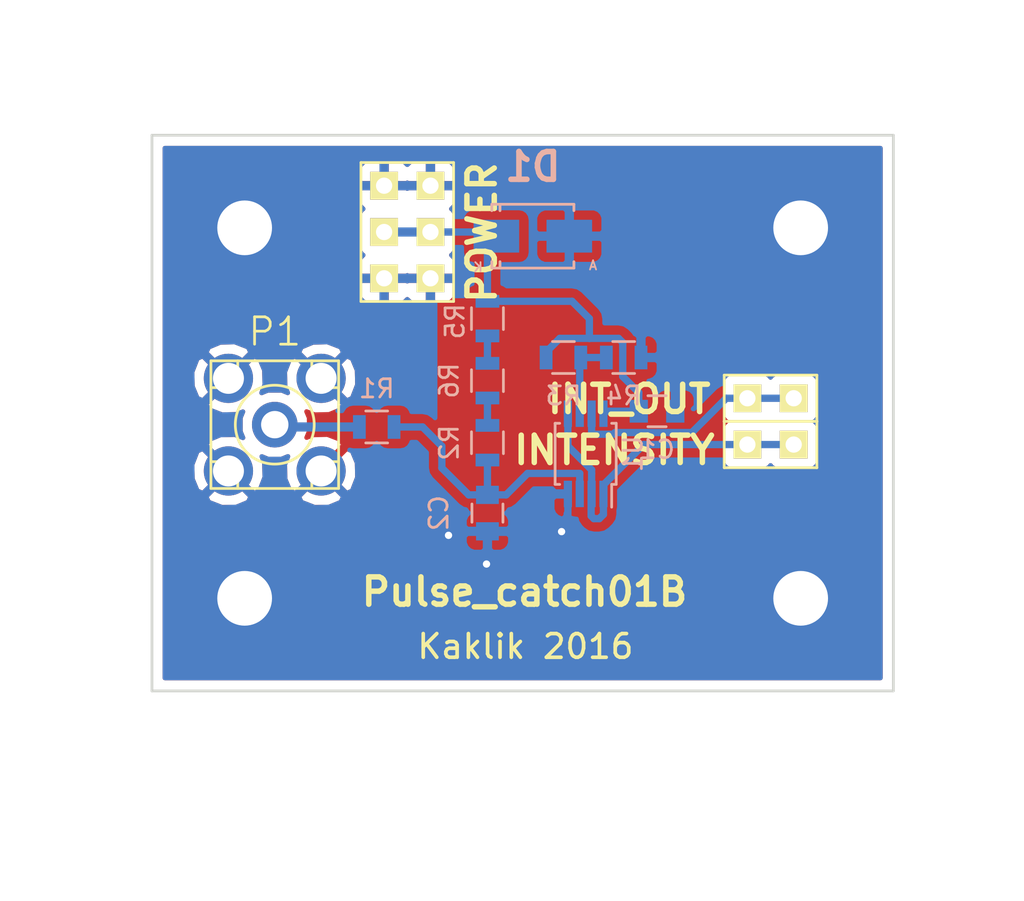
<source format=kicad_pcb>
(kicad_pcb (version 20160815) (host pcbnew 201609211018+7197~55~ubuntu16.04.1-)

  (general
    (links 36)
    (no_connects 0)
    (area 86.284999 65.964999 127.075001 96.595001)
    (thickness 1.6)
    (drawings 9)
    (tracks 71)
    (zones 0)
    (modules 18)
    (nets 10)
  )

  (page A4)
  (layers
    (0 F.Cu signal)
    (31 B.Cu signal)
    (32 B.Adhes user)
    (33 F.Adhes user)
    (34 B.Paste user)
    (35 F.Paste user)
    (36 B.SilkS user)
    (37 F.SilkS user)
    (38 B.Mask user)
    (39 F.Mask user)
    (40 Dwgs.User user)
    (41 Cmts.User user)
    (42 Eco1.User user)
    (43 Eco2.User user)
    (44 Edge.Cuts user)
    (45 Margin user)
    (46 B.CrtYd user)
    (47 F.CrtYd user)
    (48 B.Fab user)
    (49 F.Fab user)
  )

  (setup
    (last_trace_width 0.3)
    (user_trace_width 0.2)
    (user_trace_width 0.3)
    (user_trace_width 0.4)
    (user_trace_width 0.5)
    (user_trace_width 0.6)
    (user_trace_width 0.7)
    (user_trace_width 0.8)
    (trace_clearance 0.2)
    (zone_clearance 0.508)
    (zone_45_only yes)
    (trace_min 0.2)
    (segment_width 0.2)
    (edge_width 0.15)
    (via_size 0.8)
    (via_drill 0.4)
    (via_min_size 0.4)
    (via_min_drill 0.3)
    (uvia_size 0.3)
    (uvia_drill 0.1)
    (uvias_allowed no)
    (uvia_min_size 0.2)
    (uvia_min_drill 0.1)
    (pcb_text_width 0.3)
    (pcb_text_size 1.5 1.5)
    (mod_edge_width 0.15)
    (mod_text_size 1 1)
    (mod_text_width 0.15)
    (pad_size 1.524 1.524)
    (pad_drill 0.762)
    (pad_to_mask_clearance 0.2)
    (aux_axis_origin 0 0)
    (visible_elements FFFFFF7F)
    (pcbplotparams
      (layerselection 0x00030_ffffffff)
      (usegerberextensions false)
      (excludeedgelayer true)
      (linewidth 0.100000)
      (plotframeref false)
      (viasonmask false)
      (mode 1)
      (useauxorigin false)
      (hpglpennumber 1)
      (hpglpenspeed 20)
      (hpglpendiameter 15)
      (psnegative false)
      (psa4output false)
      (plotreference true)
      (plotvalue true)
      (plotinvisibletext false)
      (padsonsilk false)
      (subtractmaskfromsilk false)
      (outputformat 1)
      (mirror false)
      (drillshape 1)
      (scaleselection 1)
      (outputdirectory ""))
  )

  (net 0 "")
  (net 1 VDD)
  (net 2 GNDA)
  (net 3 "Net-(C2-Pad1)")
  (net 4 "Net-(J2-Pad1)")
  (net 5 "Net-(J3-Pad1)")
  (net 6 "Net-(P1-Pad1)")
  (net 7 "Net-(R3-Pad2)")
  (net 8 "Net-(R2-Pad1)")
  (net 9 "Net-(R5-Pad2)")

  (net_class Default "This is the default net class."
    (clearance 0.2)
    (trace_width 0.3)
    (via_dia 0.8)
    (via_drill 0.4)
    (uvia_dia 0.3)
    (uvia_drill 0.1)
    (diff_pair_gap 0.25)
    (diff_pair_width 0.2)
    (add_net GNDA)
    (add_net "Net-(C2-Pad1)")
    (add_net "Net-(J2-Pad1)")
    (add_net "Net-(J3-Pad1)")
    (add_net "Net-(P1-Pad1)")
    (add_net "Net-(R2-Pad1)")
    (add_net "Net-(R3-Pad2)")
    (add_net "Net-(R5-Pad2)")
    (add_net VDD)
  )

  (module Housings_SSOP:MSOP-8_3x3mm_Pitch0.65mm (layer B.Cu) (tedit 57E3A242) (tstamp 577D546F)
    (at 110.1344 83.5152 90)
    (descr "8-Lead Plastic Micro Small Outline Package (MS) [MSOP] (see Microchip Packaging Specification 00000049BS.pdf)")
    (tags "SSOP 0.65")
    (path /57781FDF)
    (attr smd)
    (fp_text reference U1 (at 0 2.6 90) (layer B.SilkS)
      (effects (font (size 1 1) (thickness 0.15)) (justify mirror))
    )
    (fp_text value MCP6002 (at 0 -2.6 90) (layer B.Fab)
      (effects (font (size 1 1) (thickness 0.15)) (justify mirror))
    )
    (fp_line (start -3.2 1.85) (end -3.2 -1.85) (layer B.CrtYd) (width 0.05))
    (fp_line (start 3.2 1.85) (end 3.2 -1.85) (layer B.CrtYd) (width 0.05))
    (fp_line (start -3.2 1.85) (end 3.2 1.85) (layer B.CrtYd) (width 0.05))
    (fp_line (start -3.2 -1.85) (end 3.2 -1.85) (layer B.CrtYd) (width 0.05))
    (fp_line (start -1.675 1.675) (end -1.675 1.425) (layer B.SilkS) (width 0.15))
    (fp_line (start 1.675 1.675) (end 1.675 1.425) (layer B.SilkS) (width 0.15))
    (fp_line (start 1.675 -1.675) (end 1.675 -1.425) (layer B.SilkS) (width 0.15))
    (fp_line (start -1.675 -1.675) (end -1.675 -1.425) (layer B.SilkS) (width 0.15))
    (fp_line (start -1.675 1.675) (end 1.675 1.675) (layer B.SilkS) (width 0.15))
    (fp_line (start -1.675 -1.675) (end 1.675 -1.675) (layer B.SilkS) (width 0.15))
    (fp_line (start -1.675 1.425) (end -2.925 1.425) (layer B.SilkS) (width 0.15))
    (pad 8 smd rect (at 2.2 0.975 90) (size 1.45 0.45) (layers B.Cu B.Paste B.Mask)
      (net 1 VDD))
    (pad 7 smd rect (at 2.2 0.325 90) (size 1.45 0.45) (layers B.Cu B.Paste B.Mask)
      (net 5 "Net-(J3-Pad1)"))
    (pad 6 smd rect (at 2.2 -0.325 90) (size 1.45 0.45) (layers B.Cu B.Paste B.Mask)
      (net 7 "Net-(R3-Pad2)"))
    (pad 5 smd rect (at 2.2 -0.975 90) (size 1.45 0.45) (layers B.Cu B.Paste B.Mask)
      (net 4 "Net-(J2-Pad1)"))
    (pad 4 smd rect (at -2.2 -0.975 90) (size 1.45 0.45) (layers B.Cu B.Paste B.Mask)
      (net 2 GNDA))
    (pad 3 smd rect (at -2.2 -0.325 90) (size 1.45 0.45) (layers B.Cu B.Paste B.Mask)
      (net 3 "Net-(C2-Pad1)"))
    (pad 2 smd rect (at -2.2 0.325 90) (size 1.45 0.45) (layers B.Cu B.Paste B.Mask)
      (net 4 "Net-(J2-Pad1)"))
    (pad 1 smd rect (at -2.2 0.975 90) (size 1.45 0.45) (layers B.Cu B.Paste B.Mask)
      (net 4 "Net-(J2-Pad1)"))
    (model Housings_SSOP.3dshapes/MSOP-8_3x3mm_Pitch0.65mm.wrl
      (at (xyz 0 0 0))
      (scale (xyz 1 1 1))
      (rotate (xyz 0 0 0))
    )
  )

  (module Capacitors_SMD:C_0805 (layer B.Cu) (tedit 57E3A242) (tstamp 577D540C)
    (at 114.046 81.1784)
    (descr "Capacitor SMD 0805, reflow soldering, AVX (see smccp.pdf)")
    (tags "capacitor 0805")
    (path /57783558)
    (attr smd)
    (fp_text reference C1 (at 0 2.1) (layer B.SilkS)
      (effects (font (size 1 1) (thickness 0.15)) (justify mirror))
    )
    (fp_text value 100nF (at 0 -2.1) (layer B.Fab)
      (effects (font (size 1 1) (thickness 0.15)) (justify mirror))
    )
    (fp_line (start -1.8 1) (end 1.8 1) (layer B.CrtYd) (width 0.05))
    (fp_line (start -1.8 -1) (end 1.8 -1) (layer B.CrtYd) (width 0.05))
    (fp_line (start -1.8 1) (end -1.8 -1) (layer B.CrtYd) (width 0.05))
    (fp_line (start 1.8 1) (end 1.8 -1) (layer B.CrtYd) (width 0.05))
    (fp_line (start 0.5 0.85) (end -0.5 0.85) (layer B.SilkS) (width 0.15))
    (fp_line (start -0.5 -0.85) (end 0.5 -0.85) (layer B.SilkS) (width 0.15))
    (pad 2 smd rect (at 1 0) (size 1 1.25) (layers B.Cu B.Paste B.Mask)
      (net 2 GNDA))
    (pad 1 smd rect (at -1 0) (size 1 1.25) (layers B.Cu B.Paste B.Mask)
      (net 1 VDD))
    (model Capacitors_SMD.3dshapes/C_0805.wrl
      (at (xyz 0 0 0))
      (scale (xyz 1 1 1))
      (rotate (xyz 0 0 0))
    )
  )

  (module Capacitors_SMD:C_0805 (layer B.Cu) (tedit 57E3A242) (tstamp 577D5412)
    (at 104.7496 86.7664 270)
    (descr "Capacitor SMD 0805, reflow soldering, AVX (see smccp.pdf)")
    (tags "capacitor 0805")
    (path /57781557)
    (attr smd)
    (fp_text reference C2 (at 0 2.667 270) (layer B.SilkS)
      (effects (font (size 1 1) (thickness 0.15)) (justify mirror))
    )
    (fp_text value 100nF (at 0 -2.1 270) (layer B.Fab)
      (effects (font (size 1 1) (thickness 0.15)) (justify mirror))
    )
    (fp_line (start -1.8 1) (end 1.8 1) (layer B.CrtYd) (width 0.05))
    (fp_line (start -1.8 -1) (end 1.8 -1) (layer B.CrtYd) (width 0.05))
    (fp_line (start -1.8 1) (end -1.8 -1) (layer B.CrtYd) (width 0.05))
    (fp_line (start 1.8 1) (end 1.8 -1) (layer B.CrtYd) (width 0.05))
    (fp_line (start 0.5 0.85) (end -0.5 0.85) (layer B.SilkS) (width 0.15))
    (fp_line (start -0.5 -0.85) (end 0.5 -0.85) (layer B.SilkS) (width 0.15))
    (pad 2 smd rect (at 1 0 270) (size 1 1.25) (layers B.Cu B.Paste B.Mask)
      (net 2 GNDA))
    (pad 1 smd rect (at -1 0 270) (size 1 1.25) (layers B.Cu B.Paste B.Mask)
      (net 3 "Net-(C2-Pad1)"))
    (model Capacitors_SMD.3dshapes/C_0805.wrl
      (at (xyz 0 0 0))
      (scale (xyz 1 1 1))
      (rotate (xyz 0 0 0))
    )
  )

  (module Mlab_D:Diode-SMA_Standard locked (layer B.Cu) (tedit 57E3A242) (tstamp 577D5418)
    (at 107.2388 71.5772 180)
    (descr "Diode SMA")
    (tags "Diode SMA")
    (path /57783090)
    (attr smd)
    (fp_text reference D1 (at 0 3.81 180) (layer B.SilkS)
      (effects (font (thickness 0.3048)) (justify mirror))
    )
    (fp_text value D_Schottky (at 0 -3.81 180) (layer B.SilkS) hide
      (effects (font (thickness 0.3048)) (justify mirror))
    )
    (fp_text user A (at -3.29946 -1.6002 180) (layer B.SilkS)
      (effects (font (size 0.50038 0.50038) (thickness 0.09906)) (justify mirror))
    )
    (fp_text user K (at 2.99974 -1.69926 180) (layer B.SilkS)
      (effects (font (size 0.50038 0.50038) (thickness 0.09906)) (justify mirror))
    )
    (fp_circle (center 0 0) (end 0.20066 0.0508) (layer B.Adhes) (width 0.381))
    (fp_line (start 1.80086 -1.75006) (end 1.80086 -1.39954) (layer B.SilkS) (width 0.15))
    (fp_line (start 1.80086 1.75006) (end 1.80086 1.39954) (layer B.SilkS) (width 0.15))
    (fp_line (start 2.25044 -1.75006) (end 2.25044 -1.39954) (layer B.SilkS) (width 0.15))
    (fp_line (start -2.25044 -1.75006) (end -2.25044 -1.39954) (layer B.SilkS) (width 0.15))
    (fp_line (start -2.25044 1.75006) (end -2.25044 1.39954) (layer B.SilkS) (width 0.15))
    (fp_line (start 2.25044 1.75006) (end 2.25044 1.39954) (layer B.SilkS) (width 0.15))
    (fp_line (start -2.25044 -1.75006) (end 2.25044 -1.75006) (layer B.SilkS) (width 0.15))
    (fp_line (start -2.25044 1.75006) (end 2.25044 1.75006) (layer B.SilkS) (width 0.15))
    (pad 1 smd rect (at 1.99898 0 180) (size 2.49936 1.80086) (layers B.Cu B.Paste B.Mask)
      (net 1 VDD))
    (pad 2 smd rect (at -1.99898 0 180) (size 2.49936 1.80086) (layers B.Cu B.Paste B.Mask)
      (net 2 GNDA))
    (model MLAB_3D/Diodes/SMA.wrl
      (at (xyz 0 0 0))
      (scale (xyz 0.3937 0.3937 0.3937))
      (rotate (xyz 0 0 0))
    )
  )

  (module Mlab_Pin_Headers:Straight_2x03 (layer F.Cu) (tedit 57E3A2DA) (tstamp 577D5422)
    (at 100.3554 71.3486 180)
    (descr "pin header straight 2x03")
    (tags "pin header straight 2x03")
    (path /57782EBA)
    (fp_text reference J1 (at 0 -5.08 180) (layer F.SilkS) hide
      (effects (font (size 1.5 1.5) (thickness 0.15)))
    )
    (fp_text value HEADER_2x03_PARALLEL (at 0 5.08 180) (layer F.SilkS) hide
      (effects (font (size 1.5 1.5) (thickness 0.15)))
    )
    (fp_text user 1 (at -2.921 -2.54 180) (layer F.SilkS) hide
      (effects (font (size 0.5 0.5) (thickness 0.05)))
    )
    (fp_line (start -2.54 -3.81) (end 2.54 -3.81) (layer F.SilkS) (width 0.15))
    (fp_line (start 2.54 -3.81) (end 2.54 3.81) (layer F.SilkS) (width 0.15))
    (fp_line (start 2.54 3.81) (end -2.54 3.81) (layer F.SilkS) (width 0.15))
    (fp_line (start -2.54 3.81) (end -2.54 -3.81) (layer F.SilkS) (width 0.15))
    (pad 6 thru_hole rect (at 1.27 2.54 180) (size 1.524 1.524) (drill 0.889) (layers *.Cu *.Mask F.SilkS)
      (net 2 GNDA))
    (pad 5 thru_hole rect (at -1.27 2.54 180) (size 1.524 1.524) (drill 0.889) (layers *.Cu *.Mask F.SilkS)
      (net 2 GNDA))
    (pad 4 thru_hole rect (at 1.27 0 180) (size 1.524 1.524) (drill 0.889) (layers *.Cu *.Mask F.SilkS)
      (net 1 VDD))
    (pad 3 thru_hole rect (at -1.27 0 180) (size 1.524 1.524) (drill 0.889) (layers *.Cu *.Mask F.SilkS)
      (net 1 VDD))
    (pad 2 thru_hole rect (at 1.27 -2.54 180) (size 1.524 1.524) (drill 0.889) (layers *.Cu *.Mask F.SilkS)
      (net 2 GNDA))
    (pad 1 thru_hole rect (at -1.27 -2.54 180) (size 1.524 1.524) (drill 0.889) (layers *.Cu *.Mask F.SilkS)
      (net 2 GNDA))
    (model Pin_Headers/Pin_Header_Straight_2x03.wrl
      (at (xyz 0 0 0))
      (scale (xyz 1 1 1))
      (rotate (xyz 0 0 90))
    )
  )

  (module Mlab_Pin_Headers:Straight_1x02 (layer F.Cu) (tedit 57E3A242) (tstamp 577D5428)
    (at 120.269 83.0072 90)
    (descr "pin header straight 1x02")
    (tags "pin header straight 1x02")
    (path /57783BEA)
    (fp_text reference J2 (at 0 -3.81 90) (layer F.SilkS) hide
      (effects (font (size 1.5 1.5) (thickness 0.15)))
    )
    (fp_text value INTENSITY (at 0 3.81 90) (layer F.SilkS) hide
      (effects (font (size 1.5 1.5) (thickness 0.15)))
    )
    (fp_text user 1 (at -1.651 -1.27 90) (layer F.SilkS) hide
      (effects (font (size 0.5 0.5) (thickness 0.05)))
    )
    (fp_line (start -1.27 -2.54) (end 1.27 -2.54) (layer F.SilkS) (width 0.15))
    (fp_line (start 1.27 -2.54) (end 1.27 2.54) (layer F.SilkS) (width 0.15))
    (fp_line (start 1.27 2.54) (end -1.27 2.54) (layer F.SilkS) (width 0.15))
    (fp_line (start -1.27 2.54) (end -1.27 -2.54) (layer F.SilkS) (width 0.15))
    (pad 1 thru_hole rect (at 0 -1.27 90) (size 1.524 1.524) (drill 0.889) (layers *.Cu *.Mask F.SilkS)
      (net 4 "Net-(J2-Pad1)"))
    (pad 2 thru_hole rect (at 0 1.27 90) (size 1.524 1.524) (drill 0.889) (layers *.Cu *.Mask F.SilkS)
      (net 4 "Net-(J2-Pad1)"))
    (model Pin_Headers/Pin_Header_Straight_1x02.wrl
      (at (xyz 0 0 0))
      (scale (xyz 1 1 1))
      (rotate (xyz 0 0 90))
    )
  )

  (module Mlab_Pin_Headers:Straight_1x02 locked (layer F.Cu) (tedit 57E3A242) (tstamp 577D542E)
    (at 120.269 80.4672 90)
    (descr "pin header straight 1x02")
    (tags "pin header straight 1x02")
    (path /57783AA0)
    (fp_text reference J3 (at 0 -3.81 90) (layer F.SilkS) hide
      (effects (font (size 1.5 1.5) (thickness 0.15)))
    )
    (fp_text value INT_OUT (at 0 3.81 90) (layer F.SilkS) hide
      (effects (font (size 1.5 1.5) (thickness 0.15)))
    )
    (fp_text user 1 (at -1.651 -1.27 90) (layer F.SilkS) hide
      (effects (font (size 0.5 0.5) (thickness 0.05)))
    )
    (fp_line (start -1.27 -2.54) (end 1.27 -2.54) (layer F.SilkS) (width 0.15))
    (fp_line (start 1.27 -2.54) (end 1.27 2.54) (layer F.SilkS) (width 0.15))
    (fp_line (start 1.27 2.54) (end -1.27 2.54) (layer F.SilkS) (width 0.15))
    (fp_line (start -1.27 2.54) (end -1.27 -2.54) (layer F.SilkS) (width 0.15))
    (pad 1 thru_hole rect (at 0 -1.27 90) (size 1.524 1.524) (drill 0.889) (layers *.Cu *.Mask F.SilkS)
      (net 5 "Net-(J3-Pad1)"))
    (pad 2 thru_hole rect (at 0 1.27 90) (size 1.524 1.524) (drill 0.889) (layers *.Cu *.Mask F.SilkS)
      (net 5 "Net-(J3-Pad1)"))
    (model Pin_Headers/Pin_Header_Straight_1x02.wrl
      (at (xyz 0 0 0))
      (scale (xyz 1 1 1))
      (rotate (xyz 0 0 90))
    )
  )

  (module Mlab_Mechanical:MountingHole_3mm placed (layer F.Cu) (tedit 57E3A242) (tstamp 577D5433)
    (at 91.44 91.44)
    (descr "Mounting hole, Befestigungsbohrung, 3mm, No Annular, Kein Restring,")
    (tags "Mounting hole, Befestigungsbohrung, 3mm, No Annular, Kein Restring,")
    (path /57784508)
    (fp_text reference M1 (at 0 -4.191) (layer F.SilkS) hide
      (effects (font (thickness 0.3048)))
    )
    (fp_text value HOLE (at 0 4.191) (layer F.SilkS) hide
      (effects (font (thickness 0.3048)))
    )
    (fp_circle (center 0 0) (end 2.99974 0) (layer Cmts.User) (width 0.381))
    (pad 1 thru_hole circle (at 0 0) (size 6 6) (drill 3) (layers *.Cu *.Adhes *.Mask)
      (net 2 GNDA) (clearance 1) (zone_connect 2))
  )

  (module Mlab_Mechanical:MountingHole_3mm placed (layer F.Cu) (tedit 57E3A242) (tstamp 577D5438)
    (at 91.44 71.12)
    (descr "Mounting hole, Befestigungsbohrung, 3mm, No Annular, Kein Restring,")
    (tags "Mounting hole, Befestigungsbohrung, 3mm, No Annular, Kein Restring,")
    (path /57784821)
    (fp_text reference M2 (at 0 -4.191) (layer F.SilkS) hide
      (effects (font (thickness 0.3048)))
    )
    (fp_text value HOLE (at 0 4.191) (layer F.SilkS) hide
      (effects (font (thickness 0.3048)))
    )
    (fp_circle (center 0 0) (end 2.99974 0) (layer Cmts.User) (width 0.381))
    (pad 1 thru_hole circle (at 0 0) (size 6 6) (drill 3) (layers *.Cu *.Adhes *.Mask)
      (net 2 GNDA) (clearance 1) (zone_connect 2))
  )

  (module Mlab_Mechanical:MountingHole_3mm placed (layer F.Cu) (tedit 57E3A242) (tstamp 577D543D)
    (at 121.92 71.12)
    (descr "Mounting hole, Befestigungsbohrung, 3mm, No Annular, Kein Restring,")
    (tags "Mounting hole, Befestigungsbohrung, 3mm, No Annular, Kein Restring,")
    (path /57784742)
    (fp_text reference M3 (at 0 -4.191) (layer F.SilkS) hide
      (effects (font (thickness 0.3048)))
    )
    (fp_text value HOLE (at 0 4.191) (layer F.SilkS) hide
      (effects (font (thickness 0.3048)))
    )
    (fp_circle (center 0 0) (end 2.99974 0) (layer Cmts.User) (width 0.381))
    (pad 1 thru_hole circle (at 0 0) (size 6 6) (drill 3) (layers *.Cu *.Adhes *.Mask)
      (net 2 GNDA) (clearance 1) (zone_connect 2))
  )

  (module Mlab_Mechanical:MountingHole_3mm placed (layer F.Cu) (tedit 57E3A242) (tstamp 577D5442)
    (at 121.92 91.44)
    (descr "Mounting hole, Befestigungsbohrung, 3mm, No Annular, Kein Restring,")
    (tags "Mounting hole, Befestigungsbohrung, 3mm, No Annular, Kein Restring,")
    (path /5778482F)
    (fp_text reference M4 (at 0 -4.191) (layer F.SilkS) hide
      (effects (font (thickness 0.3048)))
    )
    (fp_text value HOLE (at 0 4.191) (layer F.SilkS) hide
      (effects (font (thickness 0.3048)))
    )
    (fp_circle (center 0 0) (end 2.99974 0) (layer Cmts.User) (width 0.381))
    (pad 1 thru_hole circle (at 0 0) (size 6 6) (drill 3) (layers *.Cu *.Adhes *.Mask)
      (net 2 GNDA) (clearance 1) (zone_connect 2))
  )

  (module Mlab_Con:SMA6251A13G50 (layer F.Cu) (tedit 57E3A242) (tstamp 577D544B)
    (at 93.091 81.915)
    (path /57781DCC)
    (fp_text reference P1 (at 0 -5.1) (layer F.SilkS)
      (effects (font (size 1.5 1.5) (thickness 0.15)))
    )
    (fp_text value SMA (at 0 5.1) (layer F.SilkS) hide
      (effects (font (size 1.5 1.5) (thickness 0.15)))
    )
    (fp_circle (center 0 0) (end -0.11 -2.16) (layer F.SilkS) (width 0.15))
    (fp_line (start 2.03 3.05) (end 3.05 3.05) (layer F.SilkS) (width 0.15))
    (fp_line (start 3.05 3.05) (end 3.05 2.03) (layer F.SilkS) (width 0.15))
    (fp_line (start -2.03 3.05) (end -3.05 3.05) (layer F.SilkS) (width 0.15))
    (fp_line (start -3.05 3.05) (end -3.05 2.03) (layer F.SilkS) (width 0.15))
    (fp_line (start -2.03 -3.05) (end -3.05 -3.05) (layer F.SilkS) (width 0.15))
    (fp_line (start -3.05 -3.05) (end -3.05 -2.03) (layer F.SilkS) (width 0.15))
    (fp_line (start 3.05 -3.05) (end 3.05 -2.03) (layer F.SilkS) (width 0.15))
    (fp_line (start 3.05 -3.05) (end 2.03 -3.05) (layer F.SilkS) (width 0.15))
    (fp_line (start 2.03 3.5) (end 2.03 2.03) (layer F.SilkS) (width 0.15))
    (fp_line (start 2.03 2.03) (end 3.5 2.03) (layer F.SilkS) (width 0.15))
    (fp_line (start -2.03 2.03) (end -2.03 3.5) (layer F.SilkS) (width 0.15))
    (fp_line (start -3.5 2.03) (end -2.03 2.03) (layer F.SilkS) (width 0.15))
    (fp_line (start 2.03 -3.5) (end 2.03 -2.03) (layer F.SilkS) (width 0.15))
    (fp_line (start 2.03 -2.03) (end 3.5 -2.03) (layer F.SilkS) (width 0.15))
    (fp_line (start -2.03 -3.5) (end -2.03 -2.03) (layer F.SilkS) (width 0.15))
    (fp_line (start -2.03 -2.03) (end -3.5 -2.03) (layer F.SilkS) (width 0.15))
    (fp_line (start -3.5 3.5) (end 3.5 3.5) (layer F.SilkS) (width 0.15))
    (fp_line (start 3.5 3.5) (end 3.5 -3.5) (layer F.SilkS) (width 0.15))
    (fp_line (start 3.5 -3.5) (end -3.5 -3.5) (layer F.SilkS) (width 0.15))
    (fp_line (start -3.5 -3.5) (end -3.5 3.5) (layer F.SilkS) (width 0.15))
    (pad 2 thru_hole circle (at 2.54 -2.54 180) (size 2.7 2.7) (drill 1.7) (layers *.Cu *.Mask)
      (net 2 GNDA))
    (pad 2 thru_hole circle (at -2.54 -2.54 180) (size 2.7 2.7) (drill 1.7) (layers *.Cu *.Mask)
      (net 2 GNDA))
    (pad 2 thru_hole circle (at -2.54 2.54 180) (size 2.7 2.7) (drill 1.7) (layers *.Cu *.Mask)
      (net 2 GNDA))
    (pad 2 thru_hole circle (at 2.54 2.54 180) (size 2.7 2.7) (drill 1.7) (layers *.Cu *.Mask)
      (net 2 GNDA))
    (pad 1 thru_hole circle (at 0 0 180) (size 2.5 2.5) (drill 1.5) (layers *.Cu *.Mask)
      (net 6 "Net-(P1-Pad1)"))
  )

  (module Resistors_SMD:R_0805 (layer B.Cu) (tedit 57E3A242) (tstamp 577D5451)
    (at 98.679 82.042 180)
    (descr "Resistor SMD 0805, reflow soldering, Vishay (see dcrcw.pdf)")
    (tags "resistor 0805")
    (path /577814E7)
    (attr smd)
    (fp_text reference R1 (at 0 2.1 180) (layer B.SilkS)
      (effects (font (size 1 1) (thickness 0.15)) (justify mirror))
    )
    (fp_text value 10k (at 0 -2.1 180) (layer B.Fab)
      (effects (font (size 1 1) (thickness 0.15)) (justify mirror))
    )
    (fp_line (start -1.6 1) (end 1.6 1) (layer B.CrtYd) (width 0.05))
    (fp_line (start -1.6 -1) (end 1.6 -1) (layer B.CrtYd) (width 0.05))
    (fp_line (start -1.6 1) (end -1.6 -1) (layer B.CrtYd) (width 0.05))
    (fp_line (start 1.6 1) (end 1.6 -1) (layer B.CrtYd) (width 0.05))
    (fp_line (start 0.6 -0.875) (end -0.6 -0.875) (layer B.SilkS) (width 0.15))
    (fp_line (start -0.6 0.875) (end 0.6 0.875) (layer B.SilkS) (width 0.15))
    (pad 2 smd rect (at 0.95 0 180) (size 0.7 1.3) (layers B.Cu B.Paste B.Mask)
      (net 6 "Net-(P1-Pad1)"))
    (pad 1 smd rect (at -0.95 0 180) (size 0.7 1.3) (layers B.Cu B.Paste B.Mask)
      (net 3 "Net-(C2-Pad1)"))
    (model Resistors_SMD.3dshapes/R_0805.wrl
      (at (xyz 0 0 0))
      (scale (xyz 1 1 1))
      (rotate (xyz 0 0 0))
    )
  )

  (module Resistors_SMD:R_0805 (layer B.Cu) (tedit 57E3A242) (tstamp 577D5457)
    (at 104.7496 82.9056 270)
    (descr "Resistor SMD 0805, reflow soldering, Vishay (see dcrcw.pdf)")
    (tags "resistor 0805")
    (path /57782253)
    (attr smd)
    (fp_text reference R2 (at 0 2.1 270) (layer B.SilkS)
      (effects (font (size 1 1) (thickness 0.15)) (justify mirror))
    )
    (fp_text value 10M (at 0 -2.1 270) (layer B.Fab)
      (effects (font (size 1 1) (thickness 0.15)) (justify mirror))
    )
    (fp_line (start -1.6 1) (end 1.6 1) (layer B.CrtYd) (width 0.05))
    (fp_line (start -1.6 -1) (end 1.6 -1) (layer B.CrtYd) (width 0.05))
    (fp_line (start -1.6 1) (end -1.6 -1) (layer B.CrtYd) (width 0.05))
    (fp_line (start 1.6 1) (end 1.6 -1) (layer B.CrtYd) (width 0.05))
    (fp_line (start 0.6 -0.875) (end -0.6 -0.875) (layer B.SilkS) (width 0.15))
    (fp_line (start -0.6 0.875) (end 0.6 0.875) (layer B.SilkS) (width 0.15))
    (pad 2 smd rect (at 0.95 0 270) (size 0.7 1.3) (layers B.Cu B.Paste B.Mask)
      (net 3 "Net-(C2-Pad1)"))
    (pad 1 smd rect (at -0.95 0 270) (size 0.7 1.3) (layers B.Cu B.Paste B.Mask)
      (net 8 "Net-(R2-Pad1)"))
    (model Resistors_SMD.3dshapes/R_0805.wrl
      (at (xyz 0 0 0))
      (scale (xyz 1 1 1))
      (rotate (xyz 0 0 0))
    )
  )

  (module Resistors_SMD:R_0805 (layer B.Cu) (tedit 57E3A242) (tstamp 577D545D)
    (at 108.9152 78.232)
    (descr "Resistor SMD 0805, reflow soldering, Vishay (see dcrcw.pdf)")
    (tags "resistor 0805")
    (path /5778251C)
    (attr smd)
    (fp_text reference R3 (at 0 2.1) (layer B.SilkS)
      (effects (font (size 1 1) (thickness 0.15)) (justify mirror))
    )
    (fp_text value 1M (at 0 -2.1) (layer B.Fab)
      (effects (font (size 1 1) (thickness 0.15)) (justify mirror))
    )
    (fp_line (start -1.6 1) (end 1.6 1) (layer B.CrtYd) (width 0.05))
    (fp_line (start -1.6 -1) (end 1.6 -1) (layer B.CrtYd) (width 0.05))
    (fp_line (start -1.6 1) (end -1.6 -1) (layer B.CrtYd) (width 0.05))
    (fp_line (start 1.6 1) (end 1.6 -1) (layer B.CrtYd) (width 0.05))
    (fp_line (start 0.6 -0.875) (end -0.6 -0.875) (layer B.SilkS) (width 0.15))
    (fp_line (start -0.6 0.875) (end 0.6 0.875) (layer B.SilkS) (width 0.15))
    (pad 2 smd rect (at 0.95 0) (size 0.7 1.3) (layers B.Cu B.Paste B.Mask)
      (net 7 "Net-(R3-Pad2)"))
    (pad 1 smd rect (at -0.95 0) (size 0.7 1.3) (layers B.Cu B.Paste B.Mask)
      (net 1 VDD))
    (model Resistors_SMD.3dshapes/R_0805.wrl
      (at (xyz 0 0 0))
      (scale (xyz 1 1 1))
      (rotate (xyz 0 0 0))
    )
  )

  (module Resistors_SMD:R_0805 (layer B.Cu) (tedit 57E3A242) (tstamp 577D5463)
    (at 112.2172 78.232)
    (descr "Resistor SMD 0805, reflow soldering, Vishay (see dcrcw.pdf)")
    (tags "resistor 0805")
    (path /577827EE)
    (attr smd)
    (fp_text reference R4 (at 0 2.1) (layer B.SilkS)
      (effects (font (size 1 1) (thickness 0.15)) (justify mirror))
    )
    (fp_text value 10M (at 0 -2.1) (layer B.Fab)
      (effects (font (size 1 1) (thickness 0.15)) (justify mirror))
    )
    (fp_line (start -1.6 1) (end 1.6 1) (layer B.CrtYd) (width 0.05))
    (fp_line (start -1.6 -1) (end 1.6 -1) (layer B.CrtYd) (width 0.05))
    (fp_line (start -1.6 1) (end -1.6 -1) (layer B.CrtYd) (width 0.05))
    (fp_line (start 1.6 1) (end 1.6 -1) (layer B.CrtYd) (width 0.05))
    (fp_line (start 0.6 -0.875) (end -0.6 -0.875) (layer B.SilkS) (width 0.15))
    (fp_line (start -0.6 0.875) (end 0.6 0.875) (layer B.SilkS) (width 0.15))
    (pad 2 smd rect (at 0.95 0) (size 0.7 1.3) (layers B.Cu B.Paste B.Mask)
      (net 2 GNDA))
    (pad 1 smd rect (at -0.95 0) (size 0.7 1.3) (layers B.Cu B.Paste B.Mask)
      (net 7 "Net-(R3-Pad2)"))
    (model Resistors_SMD.3dshapes/R_0805.wrl
      (at (xyz 0 0 0))
      (scale (xyz 1 1 1))
      (rotate (xyz 0 0 0))
    )
  )

  (module Resistors_SMD:R_0805 (layer B.Cu) (tedit 57E3A242) (tstamp 57DA74EE)
    (at 104.7496 76.0984 270)
    (descr "Resistor SMD 0805, reflow soldering, Vishay (see dcrcw.pdf)")
    (tags "resistor 0805")
    (path /57DA7355)
    (attr smd)
    (fp_text reference R5 (at 0.1524 1.778 270) (layer B.SilkS)
      (effects (font (size 1 1) (thickness 0.15)) (justify mirror))
    )
    (fp_text value 10M (at 0 -2.1 270) (layer B.Fab)
      (effects (font (size 1 1) (thickness 0.15)) (justify mirror))
    )
    (fp_line (start -1.6 1) (end 1.6 1) (layer B.CrtYd) (width 0.05))
    (fp_line (start -1.6 -1) (end 1.6 -1) (layer B.CrtYd) (width 0.05))
    (fp_line (start -1.6 1) (end -1.6 -1) (layer B.CrtYd) (width 0.05))
    (fp_line (start 1.6 1) (end 1.6 -1) (layer B.CrtYd) (width 0.05))
    (fp_line (start 0.6 -0.875) (end -0.6 -0.875) (layer B.SilkS) (width 0.15))
    (fp_line (start -0.6 0.875) (end 0.6 0.875) (layer B.SilkS) (width 0.15))
    (pad 2 smd rect (at 0.95 0 270) (size 0.7 1.3) (layers B.Cu B.Paste B.Mask)
      (net 9 "Net-(R5-Pad2)"))
    (pad 1 smd rect (at -0.95 0 270) (size 0.7 1.3) (layers B.Cu B.Paste B.Mask)
      (net 1 VDD))
    (model Resistors_SMD.3dshapes/R_0805.wrl
      (at (xyz 0 0 0))
      (scale (xyz 1 1 1))
      (rotate (xyz 0 0 0))
    )
  )

  (module Resistors_SMD:R_0805 (layer B.Cu) (tedit 57E3A242) (tstamp 57DA74F4)
    (at 104.7496 79.502 270)
    (descr "Resistor SMD 0805, reflow soldering, Vishay (see dcrcw.pdf)")
    (tags "resistor 0805")
    (path /57DA72B5)
    (attr smd)
    (fp_text reference R6 (at 0 2.1 270) (layer B.SilkS)
      (effects (font (size 1 1) (thickness 0.15)) (justify mirror))
    )
    (fp_text value 10M (at 0 -2.1 270) (layer B.Fab)
      (effects (font (size 1 1) (thickness 0.15)) (justify mirror))
    )
    (fp_line (start -1.6 1) (end 1.6 1) (layer B.CrtYd) (width 0.05))
    (fp_line (start -1.6 -1) (end 1.6 -1) (layer B.CrtYd) (width 0.05))
    (fp_line (start -1.6 1) (end -1.6 -1) (layer B.CrtYd) (width 0.05))
    (fp_line (start 1.6 1) (end 1.6 -1) (layer B.CrtYd) (width 0.05))
    (fp_line (start 0.6 -0.875) (end -0.6 -0.875) (layer B.SilkS) (width 0.15))
    (fp_line (start -0.6 0.875) (end 0.6 0.875) (layer B.SilkS) (width 0.15))
    (pad 2 smd rect (at 0.95 0 270) (size 0.7 1.3) (layers B.Cu B.Paste B.Mask)
      (net 8 "Net-(R2-Pad1)"))
    (pad 1 smd rect (at -0.95 0 270) (size 0.7 1.3) (layers B.Cu B.Paste B.Mask)
      (net 9 "Net-(R5-Pad2)"))
    (model Resistors_SMD.3dshapes/R_0805.wrl
      (at (xyz 0 0 0))
      (scale (xyz 1 1 1))
      (rotate (xyz 0 0 0))
    )
  )

  (gr_text "Kaklik 2016" (at 106.8324 94.0816) (layer F.SilkS)
    (effects (font (size 1.3 1.3) (thickness 0.2)))
  )
  (gr_text Pulse_catch01B (at 106.7816 91.0844) (layer F.SilkS)
    (effects (font (size 1.5 1.5) (thickness 0.3)))
  )
  (gr_text INT_OUT (at 112.522 80.518) (layer F.SilkS)
    (effects (font (size 1.5 1.5) (thickness 0.3)))
  )
  (gr_text INTENSITY (at 111.7092 83.312) (layer F.SilkS)
    (effects (font (size 1.5 1.5) (thickness 0.3)))
  )
  (gr_text POWER (at 104.4448 71.374 90) (layer F.SilkS)
    (effects (font (size 1.5 1.5) (thickness 0.3)))
  )
  (gr_line (start 86.36 96.52) (end 86.36 66.04) (layer Edge.Cuts) (width 0.15))
  (gr_line (start 127 96.52) (end 86.36 96.52) (layer Edge.Cuts) (width 0.15))
  (gr_line (start 127 66.04) (end 127 96.52) (layer Edge.Cuts) (width 0.15))
  (gr_line (start 86.36 66.04) (end 127 66.04) (layer Edge.Cuts) (width 0.15))

  (segment (start 108.715201 77.181999) (end 110.3376 77.181999) (width 0.4) (layer B.Cu) (net 1))
  (segment (start 110.3376 77.181999) (end 111.937201 77.181999) (width 0.4) (layer B.Cu) (net 1))
  (segment (start 104.7496 75.1484) (end 109.3876 75.1484) (width 0.4) (layer B.Cu) (net 1))
  (segment (start 109.3876 75.1484) (end 110.3376 76.0984) (width 0.4) (layer B.Cu) (net 1))
  (segment (start 110.3376 76.0984) (end 110.3376 77.181999) (width 0.4) (layer B.Cu) (net 1))
  (segment (start 107.9652 77.932) (end 107.9652 78.232) (width 0.4) (layer B.Cu) (net 1))
  (segment (start 101.6254 71.3486) (end 105.01122 71.3486) (width 0.4) (layer B.Cu) (net 1))
  (segment (start 105.01122 71.3486) (end 105.23982 71.5772) (width 0.4) (layer B.Cu) (net 1))
  (segment (start 104.7496 75.1484) (end 104.7496 72.06742) (width 0.4) (layer B.Cu) (net 1))
  (segment (start 104.7496 72.06742) (end 105.23982 71.5772) (width 0.4) (layer B.Cu) (net 1))
  (segment (start 107.9652 77.932) (end 108.715201 77.181999) (width 0.4) (layer B.Cu) (net 1))
  (segment (start 111.937201 77.181999) (end 112.1664 77.411198) (width 0.4) (layer B.Cu) (net 1))
  (segment (start 113.046 80.1534) (end 113.046 81.1784) (width 0.4) (layer B.Cu) (net 1))
  (segment (start 112.1664 77.411198) (end 112.1664 79.2738) (width 0.4) (layer B.Cu) (net 1))
  (segment (start 112.1664 79.2738) (end 113.046 80.1534) (width 0.4) (layer B.Cu) (net 1))
  (segment (start 113.046 81.1784) (end 111.2462 81.1784) (width 0.4) (layer B.Cu) (net 1))
  (segment (start 111.2462 81.1784) (end 111.1094 81.3152) (width 0.4) (layer B.Cu) (net 1))
  (segment (start 99.0854 71.3486) (end 101.6254 71.3486) (width 0.5) (layer B.Cu) (net 1))
  (segment (start 102.0064 89.5604) (end 102.616 88.9508) (width 0.4) (layer F.Cu) (net 2))
  (segment (start 102.616 88.9508) (end 102.616 87.9856) (width 0.4) (layer F.Cu) (net 2))
  (via (at 102.616 87.9856) (size 0.8) (drill 0.4) (layers F.Cu B.Cu) (net 2))
  (segment (start 104.6988 89.5604) (end 102.0064 89.5604) (width 0.4) (layer F.Cu) (net 2))
  (segment (start 104.7496 87.7664) (end 104.7496 89.5096) (width 0.4) (layer B.Cu) (net 2))
  (segment (start 104.7496 89.5096) (end 104.6988 89.5604) (width 0.4) (layer B.Cu) (net 2))
  (via (at 104.6988 89.5604) (size 0.8) (drill 0.4) (layers F.Cu B.Cu) (net 2))
  (segment (start 108.8136 87.7824) (end 107.8484 86.8172) (width 0.4) (layer F.Cu) (net 2))
  (segment (start 107.8484 86.8172) (end 101.4984 86.8172) (width 0.4) (layer F.Cu) (net 2))
  (segment (start 109.1594 85.7152) (end 109.1594 87.4366) (width 0.4) (layer B.Cu) (net 2))
  (segment (start 109.1594 87.4366) (end 108.8136 87.7824) (width 0.4) (layer B.Cu) (net 2))
  (via (at 108.8136 87.7824) (size 0.8) (drill 0.4) (layers F.Cu B.Cu) (net 2))
  (segment (start 104.7496 85.7664) (end 104.7496 83.8556) (width 0.4) (layer B.Cu) (net 3))
  (segment (start 102.250809 83.099209) (end 101.1936 82.042) (width 0.4) (layer B.Cu) (net 3))
  (segment (start 101.1936 82.042) (end 99.629 82.042) (width 0.4) (layer B.Cu) (net 3))
  (segment (start 104.7496 85.7664) (end 103.7246 85.7664) (width 0.4) (layer B.Cu) (net 3))
  (segment (start 103.7246 85.7664) (end 102.250809 84.292609) (width 0.4) (layer B.Cu) (net 3))
  (segment (start 102.250809 84.292609) (end 102.250809 83.099209) (width 0.4) (layer B.Cu) (net 3))
  (segment (start 109.8094 84.5902) (end 106.9508 84.5902) (width 0.4) (layer B.Cu) (net 3))
  (segment (start 106.9508 84.5902) (end 105.7746 85.7664) (width 0.4) (layer B.Cu) (net 3))
  (segment (start 105.7746 85.7664) (end 104.7496 85.7664) (width 0.4) (layer B.Cu) (net 3))
  (segment (start 104.6246 85.7664) (end 104.7496 85.7664) (width 0.3) (layer B.Cu) (net 3))
  (segment (start 109.8094 85.7152) (end 109.8094 84.5902) (width 0.4) (layer B.Cu) (net 3))
  (segment (start 99.645 82.058) (end 99.629 82.042) (width 0.5) (layer B.Cu) (net 3))
  (segment (start 121.539 83.0072) (end 118.999 83.0072) (width 0.4) (layer B.Cu) (net 4))
  (segment (start 118.999 83.0072) (end 113.3174 83.0072) (width 0.4) (layer B.Cu) (net 4))
  (segment (start 113.3174 83.0072) (end 111.1094 85.2152) (width 0.4) (layer B.Cu) (net 4))
  (segment (start 111.1094 85.2152) (end 111.1094 85.7152) (width 0.4) (layer B.Cu) (net 4))
  (segment (start 110.8784 87.0712) (end 110.5854 87.0712) (width 0.4) (layer B.Cu) (net 4))
  (segment (start 110.5854 87.0712) (end 110.434401 86.920201) (width 0.4) (layer B.Cu) (net 4))
  (segment (start 110.434401 85.740199) (end 110.4594 85.7152) (width 0.4) (layer B.Cu) (net 4))
  (segment (start 110.434401 86.920201) (end 110.434401 85.740199) (width 0.4) (layer B.Cu) (net 4))
  (segment (start 111.1094 85.7152) (end 111.1094 86.8402) (width 0.4) (layer B.Cu) (net 4))
  (segment (start 111.1094 86.8402) (end 110.8784 87.0712) (width 0.4) (layer B.Cu) (net 4))
  (segment (start 109.1594 81.3152) (end 109.1594 83.091658) (width 0.4) (layer B.Cu) (net 4))
  (segment (start 109.1594 83.091658) (end 110.4594 84.391658) (width 0.4) (layer B.Cu) (net 4))
  (segment (start 110.4594 84.391658) (end 110.4594 84.5902) (width 0.4) (layer B.Cu) (net 4))
  (segment (start 110.4594 84.5902) (end 110.4594 85.7152) (width 0.4) (layer B.Cu) (net 4))
  (segment (start 118.999 80.4672) (end 121.539 80.4672) (width 0.4) (layer B.Cu) (net 5))
  (segment (start 118.999 80.4672) (end 117.837 80.4672) (width 0.4) (layer B.Cu) (net 5))
  (segment (start 117.837 80.4672) (end 115.9574 82.3468) (width 0.4) (layer B.Cu) (net 5))
  (segment (start 111.65439 82.440211) (end 110.459411 82.440211) (width 0.4) (layer B.Cu) (net 5))
  (segment (start 115.9574 82.3468) (end 111.747802 82.3468) (width 0.4) (layer B.Cu) (net 5))
  (segment (start 111.747802 82.3468) (end 111.65439 82.440211) (width 0.4) (layer B.Cu) (net 5))
  (segment (start 110.459411 82.440211) (end 110.4594 82.4402) (width 0.4) (layer B.Cu) (net 5))
  (segment (start 110.4594 82.4402) (end 110.4594 81.3152) (width 0.4) (layer B.Cu) (net 5))
  (segment (start 97.729 82.042) (end 93.218 82.042) (width 0.5) (layer B.Cu) (net 6))
  (segment (start 93.218 82.042) (end 93.091 81.915) (width 0.5) (layer B.Cu) (net 6))
  (segment (start 109.8652 78.232) (end 109.8094 78.2878) (width 0.4) (layer B.Cu) (net 7))
  (segment (start 109.8094 78.2878) (end 109.8094 81.3152) (width 0.4) (layer B.Cu) (net 7))
  (segment (start 111.2672 78.232) (end 109.8652 78.232) (width 0.4) (layer B.Cu) (net 7))
  (segment (start 104.7496 81.9556) (end 104.7496 80.452) (width 0.4) (layer B.Cu) (net 8))
  (segment (start 104.7496 78.552) (end 104.7496 77.0484) (width 0.4) (layer B.Cu) (net 9))

  (zone (net 2) (net_name GNDA) (layer B.Cu) (tstamp 0) (hatch edge 0.508)
    (connect_pads (clearance 0.508))
    (min_thickness 0.254)
    (fill yes (arc_segments 16) (thermal_gap 0.508) (thermal_bridge_width 0.508))
    (polygon
      (pts
        (xy 86.36 66.04) (xy 86.36 96.52) (xy 127 96.52) (xy 127 66.04) (xy 86.4108 66.0908)
      )
    )
    (filled_polygon
      (pts
        (xy 126.29 95.81) (xy 87.07 95.81) (xy 87.07 88.05215) (xy 103.4896 88.05215) (xy 103.4896 88.392709)
        (xy 103.586273 88.626098) (xy 103.764901 88.804727) (xy 103.99829 88.9014) (xy 104.46385 88.9014) (xy 104.6226 88.74265)
        (xy 104.6226 87.8934) (xy 104.8766 87.8934) (xy 104.8766 88.74265) (xy 105.03535 88.9014) (xy 105.50091 88.9014)
        (xy 105.734299 88.804727) (xy 105.912927 88.626098) (xy 106.0096 88.392709) (xy 106.0096 88.05215) (xy 105.85085 87.8934)
        (xy 104.8766 87.8934) (xy 104.6226 87.8934) (xy 103.64835 87.8934) (xy 103.4896 88.05215) (xy 87.07 88.05215)
        (xy 87.07 85.860593) (xy 89.325012 85.860593) (xy 89.466478 86.163782) (xy 90.202955 86.448737) (xy 90.992418 86.430164)
        (xy 91.635522 86.163782) (xy 91.776988 85.860593) (xy 94.405012 85.860593) (xy 94.546478 86.163782) (xy 95.282955 86.448737)
        (xy 96.072418 86.430164) (xy 96.715522 86.163782) (xy 96.856988 85.860593) (xy 95.631 84.634605) (xy 94.405012 85.860593)
        (xy 91.776988 85.860593) (xy 90.551 84.634605) (xy 89.325012 85.860593) (xy 87.07 85.860593) (xy 87.07 84.106955)
        (xy 88.557263 84.106955) (xy 88.575836 84.896418) (xy 88.842218 85.539522) (xy 89.145407 85.680988) (xy 90.371395 84.455)
        (xy 89.145407 83.229012) (xy 88.842218 83.370478) (xy 88.557263 84.106955) (xy 87.07 84.106955) (xy 87.07 80.780593)
        (xy 89.325012 80.780593) (xy 89.466478 81.083782) (xy 90.202955 81.368737) (xy 90.992418 81.350164) (xy 91.345164 81.204052)
        (xy 91.206328 81.538405) (xy 91.205674 82.288305) (xy 91.349087 82.635392) (xy 90.899045 82.461263) (xy 90.109582 82.479836)
        (xy 89.466478 82.746218) (xy 89.325012 83.049407) (xy 90.551 84.275395) (xy 90.565143 84.261253) (xy 90.744748 84.440858)
        (xy 90.730605 84.455) (xy 91.956593 85.680988) (xy 92.259782 85.539522) (xy 92.544737 84.803045) (xy 92.526164 84.013582)
        (xy 92.380052 83.660836) (xy 92.714405 83.799672) (xy 93.464305 83.800326) (xy 93.811392 83.656913) (xy 93.637263 84.106955)
        (xy 93.655836 84.896418) (xy 93.922218 85.539522) (xy 94.225407 85.680988) (xy 95.451395 84.455) (xy 95.437253 84.440858)
        (xy 95.616858 84.261253) (xy 95.631 84.275395) (xy 95.645143 84.261253) (xy 95.824748 84.440858) (xy 95.810605 84.455)
        (xy 97.036593 85.680988) (xy 97.339782 85.539522) (xy 97.624737 84.803045) (xy 97.606164 84.013582) (xy 97.339782 83.370478)
        (xy 97.194689 83.302779) (xy 97.379 83.33944) (xy 98.079 83.33944) (xy 98.326765 83.290157) (xy 98.536809 83.149809)
        (xy 98.677157 82.939765) (xy 98.679 82.9305) (xy 98.680843 82.939765) (xy 98.821191 83.149809) (xy 99.031235 83.290157)
        (xy 99.279 83.33944) (xy 99.979 83.33944) (xy 100.226765 83.290157) (xy 100.436809 83.149809) (xy 100.577157 82.939765)
        (xy 100.589642 82.877) (xy 100.847732 82.877) (xy 101.415809 83.445077) (xy 101.415809 84.292609) (xy 101.47937 84.61215)
        (xy 101.545552 84.711198) (xy 101.660375 84.883043) (xy 103.134166 86.356834) (xy 103.405059 86.537839) (xy 103.563293 86.569314)
        (xy 103.666791 86.724209) (xy 103.72792 86.765054) (xy 103.586273 86.906702) (xy 103.4896 87.140091) (xy 103.4896 87.48065)
        (xy 103.64835 87.6394) (xy 104.6226 87.6394) (xy 104.6226 87.6194) (xy 104.8766 87.6194) (xy 104.8766 87.6394)
        (xy 105.85085 87.6394) (xy 106.0096 87.48065) (xy 106.0096 87.140091) (xy 105.912927 86.906702) (xy 105.77128 86.765054)
        (xy 105.832409 86.724209) (xy 105.935907 86.569314) (xy 106.094141 86.537839) (xy 106.365034 86.356834) (xy 107.296668 85.4252)
        (xy 108.2994 85.4252) (xy 108.2994 85.42945) (xy 108.45815 85.5882) (xy 108.93696 85.5882) (xy 108.93696 85.8422)
        (xy 108.45815 85.8422) (xy 108.2994 86.00095) (xy 108.2994 86.566509) (xy 108.396073 86.799898) (xy 108.574701 86.978527)
        (xy 108.80809 87.0752) (xy 108.88815 87.0752) (xy 109.0469 86.91645) (xy 109.0469 86.778744) (xy 109.126591 86.898009)
        (xy 109.336635 87.038357) (xy 109.408003 87.052553) (xy 109.43065 87.0752) (xy 109.51071 87.0752) (xy 109.514327 87.073702)
        (xy 109.5844 87.08764) (xy 109.632707 87.08764) (xy 109.662962 87.239742) (xy 109.790512 87.430634) (xy 109.843967 87.510635)
        (xy 109.994966 87.661634) (xy 110.265859 87.842639) (xy 110.5854 87.9062) (xy 110.8784 87.9062) (xy 111.197941 87.842639)
        (xy 111.468834 87.661634) (xy 111.699834 87.430634) (xy 111.827384 87.239742) (xy 111.880839 87.159741) (xy 111.9444 86.8402)
        (xy 111.9444 86.628426) (xy 111.98184 86.4402) (xy 111.98184 85.523628) (xy 113.663268 83.8422) (xy 117.60408 83.8422)
        (xy 117.638843 84.016965) (xy 117.779191 84.227009) (xy 117.989235 84.367357) (xy 118.237 84.41664) (xy 119.761 84.41664)
        (xy 120.008765 84.367357) (xy 120.218809 84.227009) (xy 120.269 84.151893) (xy 120.319191 84.227009) (xy 120.529235 84.367357)
        (xy 120.777 84.41664) (xy 122.301 84.41664) (xy 122.548765 84.367357) (xy 122.758809 84.227009) (xy 122.899157 84.016965)
        (xy 122.94844 83.7692) (xy 122.94844 82.2452) (xy 122.899157 81.997435) (xy 122.758809 81.787391) (xy 122.683693 81.7372)
        (xy 122.758809 81.687009) (xy 122.899157 81.476965) (xy 122.94844 81.2292) (xy 122.94844 79.7052) (xy 122.899157 79.457435)
        (xy 122.758809 79.247391) (xy 122.548765 79.107043) (xy 122.301 79.05776) (xy 120.777 79.05776) (xy 120.529235 79.107043)
        (xy 120.319191 79.247391) (xy 120.269 79.322507) (xy 120.218809 79.247391) (xy 120.008765 79.107043) (xy 119.761 79.05776)
        (xy 118.237 79.05776) (xy 117.989235 79.107043) (xy 117.779191 79.247391) (xy 117.638843 79.457435) (xy 117.594485 79.680439)
        (xy 117.517459 79.695761) (xy 117.246566 79.876766) (xy 116.071934 81.051398) (xy 116.022252 81.051398) (xy 116.181 80.89265)
        (xy 116.181 80.42709) (xy 116.084327 80.193701) (xy 115.905698 80.015073) (xy 115.672309 79.9184) (xy 115.33175 79.9184)
        (xy 115.173 80.07715) (xy 115.173 81.0514) (xy 115.193 81.0514) (xy 115.193 81.3054) (xy 115.173 81.3054)
        (xy 115.173 81.3254) (xy 114.919 81.3254) (xy 114.919 81.3054) (xy 114.899 81.3054) (xy 114.899 81.0514)
        (xy 114.919 81.0514) (xy 114.919 80.07715) (xy 114.76025 79.9184) (xy 114.419691 79.9184) (xy 114.186302 80.015073)
        (xy 114.044654 80.15672) (xy 114.003809 80.095591) (xy 113.848914 79.992093) (xy 113.817439 79.833859) (xy 113.636434 79.562966)
        (xy 113.590468 79.517) (xy 113.643509 79.517) (xy 113.876898 79.420327) (xy 114.055527 79.241699) (xy 114.1522 79.00831)
        (xy 114.1522 78.51775) (xy 113.99345 78.359) (xy 113.2942 78.359) (xy 113.2942 78.379) (xy 113.0402 78.379)
        (xy 113.0402 78.359) (xy 113.0202 78.359) (xy 113.0202 78.105) (xy 113.0402 78.105) (xy 113.0402 77.10575)
        (xy 113.2942 77.10575) (xy 113.2942 78.105) (xy 113.99345 78.105) (xy 114.1522 77.94625) (xy 114.1522 77.45569)
        (xy 114.055527 77.222301) (xy 113.876898 77.043673) (xy 113.643509 76.947) (xy 113.45295 76.947) (xy 113.2942 77.10575)
        (xy 113.0402 77.10575) (xy 112.88145 76.947) (xy 112.841182 76.947) (xy 112.756834 76.820764) (xy 112.527635 76.591565)
        (xy 112.504637 76.576198) (xy 112.256742 76.41056) (xy 111.937201 76.346999) (xy 111.1726 76.346999) (xy 111.1726 76.0984)
        (xy 111.109039 75.778859) (xy 110.928034 75.507966) (xy 109.978034 74.557966) (xy 109.967062 74.550635) (xy 109.707141 74.376961)
        (xy 109.3876 74.3134) (xy 105.816715 74.3134) (xy 105.647365 74.200243) (xy 105.5846 74.187758) (xy 105.5846 73.12507)
        (xy 106.4895 73.12507) (xy 106.737265 73.075787) (xy 106.947309 72.935439) (xy 107.087657 72.725395) (xy 107.13694 72.47763)
        (xy 107.13694 71.86295) (xy 107.3531 71.86295) (xy 107.3531 72.60394) (xy 107.449773 72.837329) (xy 107.628402 73.015957)
        (xy 107.861791 73.11263) (xy 108.95203 73.11263) (xy 109.11078 72.95388) (xy 109.11078 71.7042) (xy 109.36478 71.7042)
        (xy 109.36478 72.95388) (xy 109.52353 73.11263) (xy 110.613769 73.11263) (xy 110.847158 73.015957) (xy 111.025787 72.837329)
        (xy 111.12246 72.60394) (xy 111.12246 71.86295) (xy 110.96371 71.7042) (xy 109.36478 71.7042) (xy 109.11078 71.7042)
        (xy 107.51185 71.7042) (xy 107.3531 71.86295) (xy 107.13694 71.86295) (xy 107.13694 70.67677) (xy 107.111816 70.55046)
        (xy 107.3531 70.55046) (xy 107.3531 71.29145) (xy 107.51185 71.4502) (xy 109.11078 71.4502) (xy 109.11078 70.20052)
        (xy 109.36478 70.20052) (xy 109.36478 71.4502) (xy 110.96371 71.4502) (xy 111.12246 71.29145) (xy 111.12246 70.55046)
        (xy 111.025787 70.317071) (xy 110.847158 70.138443) (xy 110.613769 70.04177) (xy 109.52353 70.04177) (xy 109.36478 70.20052)
        (xy 109.11078 70.20052) (xy 108.95203 70.04177) (xy 107.861791 70.04177) (xy 107.628402 70.138443) (xy 107.449773 70.317071)
        (xy 107.3531 70.55046) (xy 107.111816 70.55046) (xy 107.087657 70.429005) (xy 106.947309 70.218961) (xy 106.737265 70.078613)
        (xy 106.4895 70.02933) (xy 103.99014 70.02933) (xy 103.742375 70.078613) (xy 103.532331 70.218961) (xy 103.391983 70.429005)
        (xy 103.375156 70.5136) (xy 103.02032 70.5136) (xy 102.985557 70.338835) (xy 102.845209 70.128791) (xy 102.774488 70.081537)
        (xy 102.925727 69.930299) (xy 103.0224 69.69691) (xy 103.0224 69.09435) (xy 102.86365 68.9356) (xy 101.7524 68.9356)
        (xy 101.7524 68.9556) (xy 101.4984 68.9556) (xy 101.4984 68.9356) (xy 100.38715 68.9356) (xy 100.3554 68.96735)
        (xy 100.32365 68.9356) (xy 99.2124 68.9356) (xy 99.2124 68.9556) (xy 98.9584 68.9556) (xy 98.9584 68.9356)
        (xy 97.84715 68.9356) (xy 97.6884 69.09435) (xy 97.6884 69.69691) (xy 97.785073 69.930299) (xy 97.936312 70.081537)
        (xy 97.865591 70.128791) (xy 97.725243 70.338835) (xy 97.67596 70.5866) (xy 97.67596 72.1106) (xy 97.725243 72.358365)
        (xy 97.865591 72.568409) (xy 97.936312 72.615663) (xy 97.785073 72.766901) (xy 97.6884 73.00029) (xy 97.6884 73.60285)
        (xy 97.84715 73.7616) (xy 98.9584 73.7616) (xy 98.9584 73.7416) (xy 99.2124 73.7416) (xy 99.2124 73.7616)
        (xy 100.32365 73.7616) (xy 100.3554 73.72985) (xy 100.38715 73.7616) (xy 101.4984 73.7616) (xy 101.4984 73.7416)
        (xy 101.7524 73.7416) (xy 101.7524 73.7616) (xy 102.86365 73.7616) (xy 103.0224 73.60285) (xy 103.0224 73.00029)
        (xy 102.925727 72.766901) (xy 102.774488 72.615663) (xy 102.845209 72.568409) (xy 102.985557 72.358365) (xy 103.02032 72.1836)
        (xy 103.3427 72.1836) (xy 103.3427 72.47763) (xy 103.391983 72.725395) (xy 103.532331 72.935439) (xy 103.742375 73.075787)
        (xy 103.9146 73.110044) (xy 103.9146 74.187758) (xy 103.851835 74.200243) (xy 103.641791 74.340591) (xy 103.501443 74.550635)
        (xy 103.45216 74.7984) (xy 103.45216 74.8538) (xy 102.990551 74.8538) (xy 103.0224 74.77691) (xy 103.0224 74.17435)
        (xy 102.86365 74.0156) (xy 101.7524 74.0156) (xy 101.7524 75.12685) (xy 101.8794 75.25385) (xy 101.8794 81.546932)
        (xy 101.784034 81.451566) (xy 101.694887 81.392) (xy 101.513141 81.270561) (xy 101.1936 81.207) (xy 100.589642 81.207)
        (xy 100.577157 81.144235) (xy 100.436809 80.934191) (xy 100.226765 80.793843) (xy 99.979 80.74456) (xy 99.279 80.74456)
        (xy 99.031235 80.793843) (xy 98.821191 80.934191) (xy 98.680843 81.144235) (xy 98.679 81.1535) (xy 98.677157 81.144235)
        (xy 98.536809 80.934191) (xy 98.326765 80.793843) (xy 98.079 80.74456) (xy 97.379 80.74456) (xy 97.131235 80.793843)
        (xy 96.921191 80.934191) (xy 96.780843 81.144235) (xy 96.778304 81.157) (xy 96.538758 81.157) (xy 96.715522 81.083782)
        (xy 96.856988 80.780593) (xy 95.631 79.554605) (xy 95.616858 79.568748) (xy 95.437253 79.389143) (xy 95.451395 79.375)
        (xy 95.810605 79.375) (xy 97.036593 80.600988) (xy 97.339782 80.459522) (xy 97.624737 79.723045) (xy 97.606164 78.933582)
        (xy 97.339782 78.290478) (xy 97.036593 78.149012) (xy 95.810605 79.375) (xy 95.451395 79.375) (xy 94.225407 78.149012)
        (xy 93.922218 78.290478) (xy 93.637263 79.026955) (xy 93.655836 79.816418) (xy 93.801948 80.169164) (xy 93.467595 80.030328)
        (xy 92.717695 80.029674) (xy 92.370608 80.173087) (xy 92.544737 79.723045) (xy 92.526164 78.933582) (xy 92.259782 78.290478)
        (xy 91.956593 78.149012) (xy 90.730605 79.375) (xy 90.744748 79.389143) (xy 90.565143 79.568748) (xy 90.551 79.554605)
        (xy 89.325012 80.780593) (xy 87.07 80.780593) (xy 87.07 79.026955) (xy 88.557263 79.026955) (xy 88.575836 79.816418)
        (xy 88.842218 80.459522) (xy 89.145407 80.600988) (xy 90.371395 79.375) (xy 89.145407 78.149012) (xy 88.842218 78.290478)
        (xy 88.557263 79.026955) (xy 87.07 79.026955) (xy 87.07 77.969407) (xy 89.325012 77.969407) (xy 90.551 79.195395)
        (xy 91.776988 77.969407) (xy 94.405012 77.969407) (xy 95.631 79.195395) (xy 96.856988 77.969407) (xy 96.715522 77.666218)
        (xy 95.979045 77.381263) (xy 95.189582 77.399836) (xy 94.546478 77.666218) (xy 94.405012 77.969407) (xy 91.776988 77.969407)
        (xy 91.635522 77.666218) (xy 90.899045 77.381263) (xy 90.109582 77.399836) (xy 89.466478 77.666218) (xy 89.325012 77.969407)
        (xy 87.07 77.969407) (xy 87.07 74.17435) (xy 97.6884 74.17435) (xy 97.6884 74.77691) (xy 97.785073 75.010299)
        (xy 97.963702 75.188927) (xy 98.197091 75.2856) (xy 98.79965 75.2856) (xy 98.9584 75.12685) (xy 98.9584 74.0156)
        (xy 99.2124 74.0156) (xy 99.2124 75.12685) (xy 99.37115 75.2856) (xy 99.973709 75.2856) (xy 100.207098 75.188927)
        (xy 100.3554 75.040626) (xy 100.503702 75.188927) (xy 100.737091 75.2856) (xy 101.33965 75.2856) (xy 101.4984 75.12685)
        (xy 101.4984 74.0156) (xy 100.38715 74.0156) (xy 100.3554 74.04735) (xy 100.32365 74.0156) (xy 99.2124 74.0156)
        (xy 98.9584 74.0156) (xy 97.84715 74.0156) (xy 97.6884 74.17435) (xy 87.07 74.17435) (xy 87.07 67.92029)
        (xy 97.6884 67.92029) (xy 97.6884 68.52285) (xy 97.84715 68.6816) (xy 98.9584 68.6816) (xy 98.9584 67.57035)
        (xy 99.2124 67.57035) (xy 99.2124 68.6816) (xy 100.32365 68.6816) (xy 100.3554 68.64985) (xy 100.38715 68.6816)
        (xy 101.4984 68.6816) (xy 101.4984 67.57035) (xy 101.7524 67.57035) (xy 101.7524 68.6816) (xy 102.86365 68.6816)
        (xy 103.0224 68.52285) (xy 103.0224 67.92029) (xy 102.925727 67.686901) (xy 102.747098 67.508273) (xy 102.513709 67.4116)
        (xy 101.91115 67.4116) (xy 101.7524 67.57035) (xy 101.4984 67.57035) (xy 101.33965 67.4116) (xy 100.737091 67.4116)
        (xy 100.503702 67.508273) (xy 100.3554 67.656574) (xy 100.207098 67.508273) (xy 99.973709 67.4116) (xy 99.37115 67.4116)
        (xy 99.2124 67.57035) (xy 98.9584 67.57035) (xy 98.79965 67.4116) (xy 98.197091 67.4116) (xy 97.963702 67.508273)
        (xy 97.785073 67.686901) (xy 97.6884 67.92029) (xy 87.07 67.92029) (xy 87.07 66.75) (xy 126.29 66.75)
      )
    )
  )
  (zone (net 2) (net_name GNDA) (layer F.Cu) (tstamp 0) (hatch edge 0.508)
    (connect_pads (clearance 0.508))
    (min_thickness 0.254)
    (fill yes (arc_segments 16) (thermal_gap 0.508) (thermal_bridge_width 0.508))
    (polygon
      (pts
        (xy 84.9376 60.198) (xy 78.0288 108.0516) (xy 134.1628 103.8352) (xy 132.08 58.6232)
      )
    )
    (filled_polygon
      (pts
        (xy 126.29 95.81) (xy 87.07 95.81) (xy 87.07 85.860593) (xy 89.325012 85.860593) (xy 89.466478 86.163782)
        (xy 90.202955 86.448737) (xy 90.992418 86.430164) (xy 91.635522 86.163782) (xy 91.776988 85.860593) (xy 94.405012 85.860593)
        (xy 94.546478 86.163782) (xy 95.282955 86.448737) (xy 96.072418 86.430164) (xy 96.715522 86.163782) (xy 96.856988 85.860593)
        (xy 95.631 84.634605) (xy 94.405012 85.860593) (xy 91.776988 85.860593) (xy 90.551 84.634605) (xy 89.325012 85.860593)
        (xy 87.07 85.860593) (xy 87.07 84.106955) (xy 88.557263 84.106955) (xy 88.575836 84.896418) (xy 88.842218 85.539522)
        (xy 89.145407 85.680988) (xy 90.371395 84.455) (xy 89.145407 83.229012) (xy 88.842218 83.370478) (xy 88.557263 84.106955)
        (xy 87.07 84.106955) (xy 87.07 80.780593) (xy 89.325012 80.780593) (xy 89.466478 81.083782) (xy 90.202955 81.368737)
        (xy 90.992418 81.350164) (xy 91.345164 81.204052) (xy 91.206328 81.538405) (xy 91.205674 82.288305) (xy 91.349087 82.635392)
        (xy 90.899045 82.461263) (xy 90.109582 82.479836) (xy 89.466478 82.746218) (xy 89.325012 83.049407) (xy 90.551 84.275395)
        (xy 90.565143 84.261253) (xy 90.744748 84.440858) (xy 90.730605 84.455) (xy 91.956593 85.680988) (xy 92.259782 85.539522)
        (xy 92.544737 84.803045) (xy 92.526164 84.013582) (xy 92.380052 83.660836) (xy 92.714405 83.799672) (xy 93.464305 83.800326)
        (xy 93.811392 83.656913) (xy 93.637263 84.106955) (xy 93.655836 84.896418) (xy 93.922218 85.539522) (xy 94.225407 85.680988)
        (xy 95.451395 84.455) (xy 95.810605 84.455) (xy 97.036593 85.680988) (xy 97.339782 85.539522) (xy 97.624737 84.803045)
        (xy 97.606164 84.013582) (xy 97.339782 83.370478) (xy 97.036593 83.229012) (xy 95.810605 84.455) (xy 95.451395 84.455)
        (xy 95.437253 84.440858) (xy 95.616858 84.261253) (xy 95.631 84.275395) (xy 96.856988 83.049407) (xy 96.715522 82.746218)
        (xy 95.979045 82.461263) (xy 95.189582 82.479836) (xy 94.836836 82.625948) (xy 94.975672 82.291595) (xy 94.976326 81.541695)
        (xy 94.832913 81.194608) (xy 95.282955 81.368737) (xy 96.072418 81.350164) (xy 96.715522 81.083782) (xy 96.856988 80.780593)
        (xy 95.631 79.554605) (xy 95.616858 79.568748) (xy 95.437253 79.389143) (xy 95.451395 79.375) (xy 95.810605 79.375)
        (xy 97.036593 80.600988) (xy 97.339782 80.459522) (xy 97.624737 79.723045) (xy 97.624318 79.7052) (xy 117.58956 79.7052)
        (xy 117.58956 81.2292) (xy 117.638843 81.476965) (xy 117.779191 81.687009) (xy 117.854307 81.7372) (xy 117.779191 81.787391)
        (xy 117.638843 81.997435) (xy 117.58956 82.2452) (xy 117.58956 83.7692) (xy 117.638843 84.016965) (xy 117.779191 84.227009)
        (xy 117.989235 84.367357) (xy 118.237 84.41664) (xy 119.761 84.41664) (xy 120.008765 84.367357) (xy 120.218809 84.227009)
        (xy 120.269 84.151893) (xy 120.319191 84.227009) (xy 120.529235 84.367357) (xy 120.777 84.41664) (xy 122.301 84.41664)
        (xy 122.548765 84.367357) (xy 122.758809 84.227009) (xy 122.899157 84.016965) (xy 122.94844 83.7692) (xy 122.94844 82.2452)
        (xy 122.899157 81.997435) (xy 122.758809 81.787391) (xy 122.683693 81.7372) (xy 122.758809 81.687009) (xy 122.899157 81.476965)
        (xy 122.94844 81.2292) (xy 122.94844 79.7052) (xy 122.899157 79.457435) (xy 122.758809 79.247391) (xy 122.548765 79.107043)
        (xy 122.301 79.05776) (xy 120.777 79.05776) (xy 120.529235 79.107043) (xy 120.319191 79.247391) (xy 120.269 79.322507)
        (xy 120.218809 79.247391) (xy 120.008765 79.107043) (xy 119.761 79.05776) (xy 118.237 79.05776) (xy 117.989235 79.107043)
        (xy 117.779191 79.247391) (xy 117.638843 79.457435) (xy 117.58956 79.7052) (xy 97.624318 79.7052) (xy 97.606164 78.933582)
        (xy 97.339782 78.290478) (xy 97.036593 78.149012) (xy 95.810605 79.375) (xy 95.451395 79.375) (xy 94.225407 78.149012)
        (xy 93.922218 78.290478) (xy 93.637263 79.026955) (xy 93.655836 79.816418) (xy 93.801948 80.169164) (xy 93.467595 80.030328)
        (xy 92.717695 80.029674) (xy 92.370608 80.173087) (xy 92.544737 79.723045) (xy 92.526164 78.933582) (xy 92.259782 78.290478)
        (xy 91.956593 78.149012) (xy 90.730605 79.375) (xy 90.744748 79.389143) (xy 90.565143 79.568748) (xy 90.551 79.554605)
        (xy 89.325012 80.780593) (xy 87.07 80.780593) (xy 87.07 79.026955) (xy 88.557263 79.026955) (xy 88.575836 79.816418)
        (xy 88.842218 80.459522) (xy 89.145407 80.600988) (xy 90.371395 79.375) (xy 89.145407 78.149012) (xy 88.842218 78.290478)
        (xy 88.557263 79.026955) (xy 87.07 79.026955) (xy 87.07 77.969407) (xy 89.325012 77.969407) (xy 90.551 79.195395)
        (xy 91.776988 77.969407) (xy 94.405012 77.969407) (xy 95.631 79.195395) (xy 96.856988 77.969407) (xy 96.715522 77.666218)
        (xy 95.979045 77.381263) (xy 95.189582 77.399836) (xy 94.546478 77.666218) (xy 94.405012 77.969407) (xy 91.776988 77.969407)
        (xy 91.635522 77.666218) (xy 90.899045 77.381263) (xy 90.109582 77.399836) (xy 89.466478 77.666218) (xy 89.325012 77.969407)
        (xy 87.07 77.969407) (xy 87.07 74.17435) (xy 97.6884 74.17435) (xy 97.6884 74.77691) (xy 97.785073 75.010299)
        (xy 97.963702 75.188927) (xy 98.197091 75.2856) (xy 98.79965 75.2856) (xy 98.9584 75.12685) (xy 98.9584 74.0156)
        (xy 99.2124 74.0156) (xy 99.2124 75.12685) (xy 99.37115 75.2856) (xy 99.973709 75.2856) (xy 100.207098 75.188927)
        (xy 100.3554 75.040626) (xy 100.503702 75.188927) (xy 100.737091 75.2856) (xy 101.33965 75.2856) (xy 101.4984 75.12685)
        (xy 101.4984 74.0156) (xy 101.7524 74.0156) (xy 101.7524 75.12685) (xy 101.91115 75.2856) (xy 102.513709 75.2856)
        (xy 102.747098 75.188927) (xy 102.925727 75.010299) (xy 103.0224 74.77691) (xy 103.0224 74.17435) (xy 102.86365 74.0156)
        (xy 101.7524 74.0156) (xy 101.4984 74.0156) (xy 100.38715 74.0156) (xy 100.3554 74.04735) (xy 100.32365 74.0156)
        (xy 99.2124 74.0156) (xy 98.9584 74.0156) (xy 97.84715 74.0156) (xy 97.6884 74.17435) (xy 87.07 74.17435)
        (xy 87.07 70.5866) (xy 97.67596 70.5866) (xy 97.67596 72.1106) (xy 97.725243 72.358365) (xy 97.865591 72.568409)
        (xy 97.936312 72.615663) (xy 97.785073 72.766901) (xy 97.6884 73.00029) (xy 97.6884 73.60285) (xy 97.84715 73.7616)
        (xy 98.9584 73.7616) (xy 98.9584 73.7416) (xy 99.2124 73.7416) (xy 99.2124 73.7616) (xy 100.32365 73.7616)
        (xy 100.3554 73.72985) (xy 100.38715 73.7616) (xy 101.4984 73.7616) (xy 101.4984 73.7416) (xy 101.7524 73.7416)
        (xy 101.7524 73.7616) (xy 102.86365 73.7616) (xy 103.0224 73.60285) (xy 103.0224 73.00029) (xy 102.925727 72.766901)
        (xy 102.774488 72.615663) (xy 102.845209 72.568409) (xy 102.985557 72.358365) (xy 103.03484 72.1106) (xy 103.03484 70.5866)
        (xy 102.985557 70.338835) (xy 102.845209 70.128791) (xy 102.774488 70.081537) (xy 102.925727 69.930299) (xy 103.0224 69.69691)
        (xy 103.0224 69.09435) (xy 102.86365 68.9356) (xy 101.7524 68.9356) (xy 101.7524 68.9556) (xy 101.4984 68.9556)
        (xy 101.4984 68.9356) (xy 100.38715 68.9356) (xy 100.3554 68.96735) (xy 100.32365 68.9356) (xy 99.2124 68.9356)
        (xy 99.2124 68.9556) (xy 98.9584 68.9556) (xy 98.9584 68.9356) (xy 97.84715 68.9356) (xy 97.6884 69.09435)
        (xy 97.6884 69.69691) (xy 97.785073 69.930299) (xy 97.936312 70.081537) (xy 97.865591 70.128791) (xy 97.725243 70.338835)
        (xy 97.67596 70.5866) (xy 87.07 70.5866) (xy 87.07 67.92029) (xy 97.6884 67.92029) (xy 97.6884 68.52285)
        (xy 97.84715 68.6816) (xy 98.9584 68.6816) (xy 98.9584 67.57035) (xy 99.2124 67.57035) (xy 99.2124 68.6816)
        (xy 100.32365 68.6816) (xy 100.3554 68.64985) (xy 100.38715 68.6816) (xy 101.4984 68.6816) (xy 101.4984 67.57035)
        (xy 101.7524 67.57035) (xy 101.7524 68.6816) (xy 102.86365 68.6816) (xy 103.0224 68.52285) (xy 103.0224 67.92029)
        (xy 102.925727 67.686901) (xy 102.747098 67.508273) (xy 102.513709 67.4116) (xy 101.91115 67.4116) (xy 101.7524 67.57035)
        (xy 101.4984 67.57035) (xy 101.33965 67.4116) (xy 100.737091 67.4116) (xy 100.503702 67.508273) (xy 100.3554 67.656574)
        (xy 100.207098 67.508273) (xy 99.973709 67.4116) (xy 99.37115 67.4116) (xy 99.2124 67.57035) (xy 98.9584 67.57035)
        (xy 98.79965 67.4116) (xy 98.197091 67.4116) (xy 97.963702 67.508273) (xy 97.785073 67.686901) (xy 97.6884 67.92029)
        (xy 87.07 67.92029) (xy 87.07 66.75) (xy 126.29 66.75)
      )
    )
  )
  (zone (net 0) (net_name "") (layer B.Cu) (tstamp 0) (hatch edge 0.508)
    (connect_pads (clearance 0.508))
    (min_thickness 0.254)
    (keepout (tracks allowed) (vias allowed) (copperpour not_allowed))
    (fill (arc_segments 16) (thermal_gap 0.508) (thermal_bridge_width 0.508))
    (polygon
      (pts
        (xy 102.0064 74.9808) (xy 102.0064 82.3468) (xy 103.4288 85.0392) (xy 106.3244 85.1408) (xy 106.3244 74.9808)
      )
    )
  )
)

</source>
